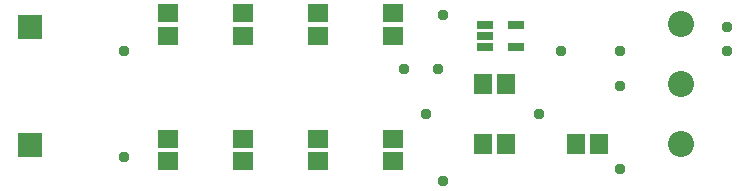
<source format=gts>
G75*
%MOIN*%
%OFA0B0*%
%FSLAX25Y25*%
%IPPOS*%
%LPD*%
%AMOC8*
5,1,8,0,0,1.08239X$1,22.5*
%
%ADD10R,0.06706X0.05918*%
%ADD11R,0.05918X0.06706*%
%ADD12R,0.05524X0.03162*%
%ADD13C,0.08674*%
%ADD14R,0.07887X0.07887*%
%ADD15C,0.03778*%
D10*
X0103501Y0015749D03*
X0128501Y0015749D03*
X0128501Y0023229D03*
X0103501Y0023229D03*
X0153501Y0023229D03*
X0178501Y0023229D03*
X0178501Y0015749D03*
X0153501Y0015749D03*
X0153501Y0057560D03*
X0178501Y0057560D03*
X0178501Y0065040D03*
X0153501Y0065040D03*
X0128501Y0065040D03*
X0103501Y0065040D03*
X0103501Y0057560D03*
X0128501Y0057560D03*
D11*
X0208698Y0041300D03*
X0216179Y0041300D03*
X0216179Y0021300D03*
X0208698Y0021300D03*
X0239761Y0021300D03*
X0247242Y0021300D03*
D12*
X0219706Y0053623D03*
X0209423Y0053623D03*
X0209423Y0057363D03*
X0209423Y0061103D03*
X0219706Y0061103D03*
D13*
X0274663Y0061383D03*
X0274663Y0041383D03*
X0274663Y0021383D03*
D14*
X0057556Y0020985D03*
X0057556Y0060355D03*
D15*
X0089053Y0052481D03*
X0182438Y0046300D03*
X0193501Y0046300D03*
X0234722Y0052481D03*
X0254407Y0052481D03*
X0289840Y0052481D03*
X0289840Y0060355D03*
X0254407Y0040670D03*
X0227438Y0031300D03*
X0189564Y0031300D03*
X0254407Y0013111D03*
X0195352Y0009174D03*
X0089053Y0017048D03*
X0195352Y0064292D03*
M02*

</source>
